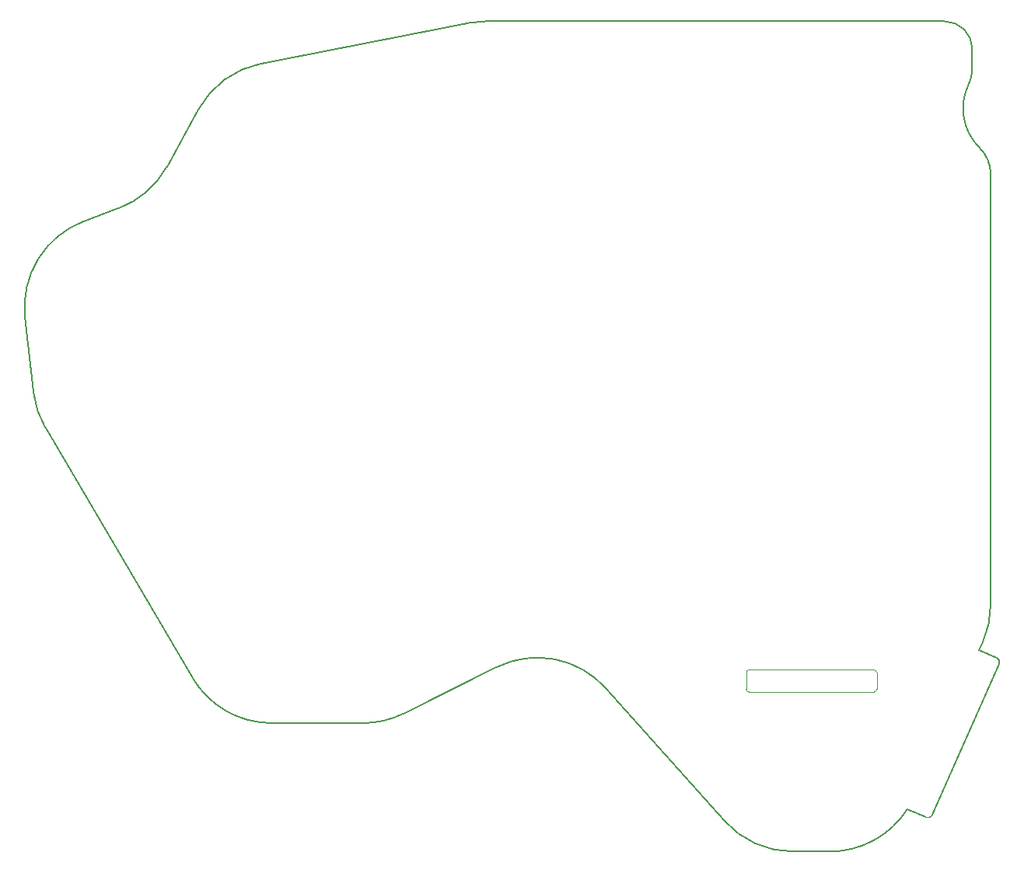
<source format=gbr>
%TF.GenerationSoftware,KiCad,Pcbnew,(6.0.7)*%
%TF.CreationDate,2022-09-08T03:06:03-04:00*%
%TF.ProjectId,left_main_routed,6c656674-5f6d-4616-996e-5f726f757465,v1.0.0*%
%TF.SameCoordinates,Original*%
%TF.FileFunction,Profile,NP*%
%FSLAX46Y46*%
G04 Gerber Fmt 4.6, Leading zero omitted, Abs format (unit mm)*
G04 Created by KiCad (PCBNEW (6.0.7)) date 2022-09-08 03:06:03*
%MOMM*%
%LPD*%
G01*
G04 APERTURE LIST*
%TA.AperFunction,Profile*%
%ADD10C,0.150000*%
%TD*%
%TA.AperFunction,Profile*%
%ADD11C,0.050000*%
%TD*%
G04 APERTURE END LIST*
D10*
X-43907307Y-11198964D02*
G75*
G03*
X-55836004Y-8918002I-7456562J-6663311D01*
G01*
X-91708950Y45647770D02*
X-88252424Y51915605D01*
X-70360680Y-15000000D02*
X-80280539Y-15000000D01*
X-96975689Y41105605D02*
G75*
G03*
X-91708950Y45647770I-3489976J9371234D01*
G01*
X-100689685Y39722463D02*
G75*
G03*
X-107138546Y29246911I3489977J-9371237D01*
G01*
X-88899882Y-10070201D02*
X-104916497Y17158046D01*
X-4000000Y58500000D02*
G75*
G03*
X-7000000Y61500000I-3000001J-1D01*
G01*
X-1301660Y-7921485D02*
X-3247423Y-7056701D01*
X-11065482Y-24374041D02*
X-9018290Y-25283904D01*
X-9018290Y-25283905D02*
G75*
G03*
X-8358315Y-25030067I203069J456906D01*
G01*
X-4400000Y54615339D02*
G75*
G03*
X-3200000Y47715143I5400000J-2615339D01*
G01*
X-2000000Y-2127855D02*
X-2000000Y44858572D01*
X-19498731Y-29000000D02*
G75*
G03*
X-11065482Y-24374041I2J9999997D01*
G01*
X-2861885Y-6189241D02*
G75*
G03*
X-2000000Y-2127856I-9138110J4061385D01*
G01*
X-1047823Y-8581460D02*
G75*
G03*
X-1301659Y-7921484I-456905J203070D01*
G01*
X-4000000Y58500000D02*
X-4000000Y56358899D01*
X-106235992Y21123932D02*
X-107138546Y29246911D01*
X-4400000Y54615339D02*
G75*
G03*
X-4000000Y56358899I-3599995J1743559D01*
G01*
X-30981723Y-25663310D02*
X-43907308Y-11198965D01*
X-55836005Y-8918003D02*
X-65888544Y-13944272D01*
X-30981723Y-25663310D02*
G75*
G03*
X-23525162Y-29000000I7456561J6663310D01*
G01*
X-106235992Y21123932D02*
G75*
G03*
X-104916497Y17158046I9938832J1104313D01*
G01*
X-19498731Y-29000000D02*
X-23525162Y-29000000D01*
X-81423161Y56899022D02*
G75*
G03*
X-88252424Y51915605I1927455J-9812491D01*
G01*
X-8358315Y-25030068D02*
X-1047823Y-8581460D01*
X-2861885Y-6189241D02*
X-3247423Y-7056701D01*
X-100689685Y39722462D02*
X-96975689Y41105605D01*
X-57027153Y61500000D02*
G75*
G03*
X-58954606Y61312488I13J-10000122D01*
G01*
X-81423161Y56899022D02*
X-58954606Y61312488D01*
X-88899882Y-10070201D02*
G75*
G03*
X-80280540Y-15000001I8619342J5070199D01*
G01*
X-70360680Y-15000000D02*
G75*
G03*
X-65888544Y-13944272I0J10000000D01*
G01*
X-2000000Y44858572D02*
G75*
G03*
X-3200000Y47715143I-3999997J1D01*
G01*
X-57027153Y61500000D02*
X-7000000Y61500000D01*
D11*
%TO.C,S2*%
X-14400000Y-11300000D02*
X-14400000Y-9500000D01*
X-28600000Y-9500000D02*
X-28600000Y-11300000D01*
X-14700000Y-9200000D02*
X-28300000Y-9200000D01*
X-28300000Y-11600000D02*
X-14700000Y-11600000D01*
X-14700000Y-11600000D02*
G75*
G03*
X-14400000Y-11300000I0J300000D01*
G01*
X-14400000Y-9500000D02*
G75*
G03*
X-14700000Y-9200000I-300000J0D01*
G01*
X-28600000Y-11300000D02*
G75*
G03*
X-28300000Y-11600000I300000J0D01*
G01*
X-28300000Y-9200000D02*
G75*
G03*
X-28600000Y-9500000I0J-300000D01*
G01*
%TD*%
M02*

</source>
